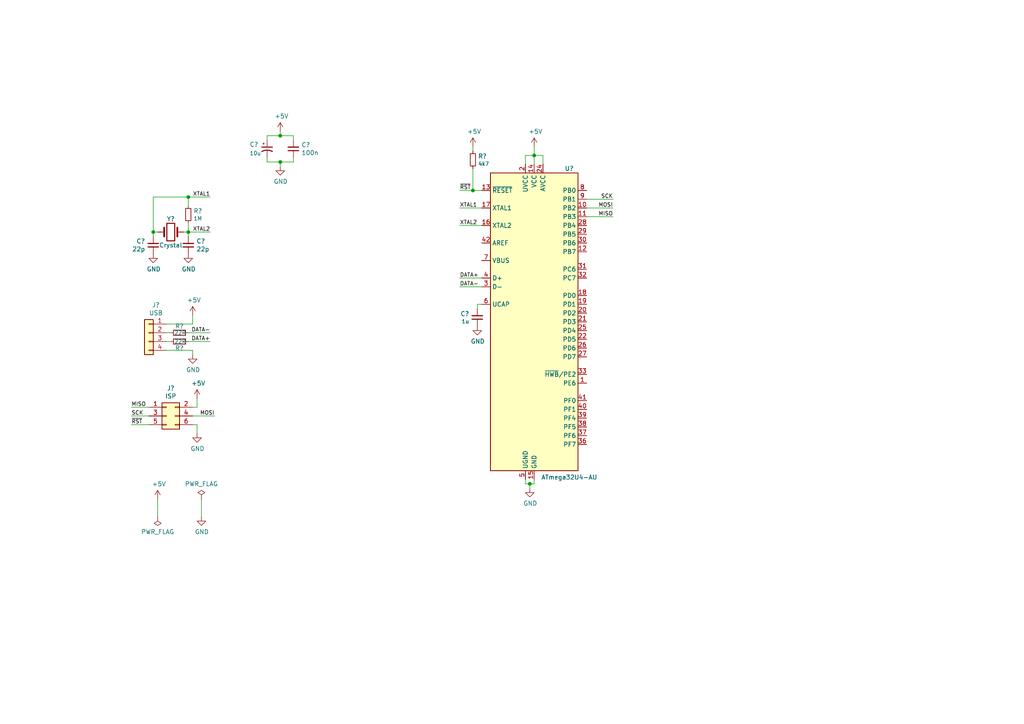
<source format=kicad_sch>
(kicad_sch (version 20211123) (generator eeschema)
  (paper "A4")
  (lib_symbols
    (symbol "Connector_Generic:Conn_01x04" (pin_names (offset 1.016) hide)
      (property "Reference" "J" (at 0 5.08 0))
      (property "Value" "Conn_01x04" (at 0 -7.62 0))
      (symbol "Conn_01x04_1_1"
        (rectangle (start -1.27 -4.953) (end 0 -5.207) (stroke (width 0.1524)))
        (rectangle (start -1.27 -2.413) (end 0 -2.667) (stroke (width 0.1524)))
        (rectangle (start -1.27 0.127) (end 0 -0.127) (stroke (width 0.1524)))
        (rectangle (start -1.27 2.667) (end 0 2.413) (stroke (width 0.1524)))
        (rectangle (start -1.27 3.81) (end 1.27 -6.35) (stroke (width 0.254)) (fill (type background)))
        (pin passive line (at -5.08 2.54 0) (length 3.81) (name "Pin_1") (number "1"))
        (pin passive line (at -5.08 0 0) (length 3.81) (name "Pin_2") (number "2"))
        (pin passive line (at -5.08 -2.54 0) (length 3.81) (name "Pin_3") (number "3"))
        (pin passive line (at -5.08 -5.08 0) (length 3.81) (name "Pin_4") (number "4"))
      )
    )
    (symbol "Connector_Generic:Conn_02x03_Odd_Even" (pin_names (offset 1.016) hide)
      (property "Reference" "J" (at 1.27 5.08 0))
      (property "Value" "Conn_02x03_Odd_Even" (at 1.27 -5.08 0))
      (symbol "Conn_02x03_Odd_Even_1_1"
        (rectangle (start -1.27 -2.413) (end 0 -2.667) (stroke (width 0.1524)))
        (rectangle (start -1.27 0.127) (end 0 -0.127) (stroke (width 0.1524)))
        (rectangle (start -1.27 2.667) (end 0 2.413) (stroke (width 0.1524)))
        (rectangle (start -1.27 3.81) (end 3.81 -3.81) (stroke (width 0.254)) (fill (type background)))
        (rectangle (start 3.81 -2.413) (end 2.54 -2.667) (stroke (width 0.1524)))
        (rectangle (start 3.81 0.127) (end 2.54 -0.127) (stroke (width 0.1524)))
        (rectangle (start 3.81 2.667) (end 2.54 2.413) (stroke (width 0.1524)))
        (pin passive line (at -5.08 2.54 0) (length 3.81) (name "Pin_1") (number "1"))
        (pin passive line (at 7.62 2.54 180) (length 3.81) (name "Pin_2") (number "2"))
        (pin passive line (at -5.08 0 0) (length 3.81) (name "Pin_3") (number "3"))
        (pin passive line (at 7.62 0 180) (length 3.81) (name "Pin_4") (number "4"))
        (pin passive line (at -5.08 -2.54 0) (length 3.81) (name "Pin_5") (number "5"))
        (pin passive line (at 7.62 -2.54 180) (length 3.81) (name "Pin_6") (number "6"))
      )
    )
    (symbol "Device:CP1_Small" (pin_numbers hide) (pin_names (offset 0.254) hide)
      (property "Reference" "C" (at 0.254 1.778 0))
      (property "Value" "Device_CP1_Small" (at 0.254 -2.032 0))
      (symbol "CP1_Small_0_1"
        (polyline (pts (xy -1.524 0.508) (xy 1.524 0.508)) (stroke (width 0.3048)))
        (polyline (pts (xy -1.27 1.524) (xy -0.762 1.524)))
        (polyline (pts (xy -1.016 1.27) (xy -1.016 1.778)))
        (arc (start 1.524 -0.762) (mid 0 -0.3734) (end -1.524 -0.762) (stroke (width 0.3048)))
      )
      (symbol "CP1_Small_1_1"
        (pin passive line (at 0 2.54 270) (length 2.032) (name "~") (number "1"))
        (pin passive line (at 0 -2.54 90) (length 2.032) (name "~") (number "2"))
      )
    )
    (symbol "Device:C_Small" (pin_numbers hide) (pin_names (offset 0.254) hide)
      (property "Reference" "C" (at 0.254 1.778 0))
      (property "Value" "C_Small" (at 0.254 -2.032 0))
      (symbol "C_Small_0_1"
        (polyline (pts (xy -1.524 -0.508) (xy 1.524 -0.508)) (stroke (width 0.3302)))
        (polyline (pts (xy -1.524 0.508) (xy 1.524 0.508)) (stroke (width 0.3048)))
      )
      (symbol "C_Small_1_1"
        (pin passive line (at 0 2.54 270) (length 2.032) (name "~") (number "1"))
        (pin passive line (at 0 -2.54 90) (length 2.032) (name "~") (number "2"))
      )
    )
    (symbol "Device:Crystal" (pin_numbers hide) (pin_names (offset 1.016) hide)
      (property "Reference" "Y" (at 0 3.81 0))
      (property "Value" "Crystal" (at 0 -3.81 0))
      (symbol "Crystal_0_1"
        (rectangle (start -1.143 2.54) (end 1.143 -2.54) (stroke (width 0.3048)))
        (polyline (pts (xy -2.54 0) (xy -1.905 0)))
        (polyline (pts (xy -1.905 -1.27) (xy -1.905 1.27)) (stroke (width 0.508)))
        (polyline (pts (xy 1.905 -1.27) (xy 1.905 1.27)) (stroke (width 0.508)))
        (polyline (pts (xy 2.54 0) (xy 1.905 0)))
      )
      (symbol "Crystal_1_1"
        (pin passive line (at -3.81 0 0) (length 1.27) (name "1") (number "1"))
        (pin passive line (at 3.81 0 180) (length 1.27) (name "2") (number "2"))
      )
    )
    (symbol "Device:R_Small" (pin_numbers hide) (pin_names (offset 0.254) hide)
      (property "Reference" "R" (at 0.762 0.508 0))
      (property "Value" "R_Small" (at 0.762 -1.016 0))
      (symbol "R_Small_0_1"
        (rectangle (start -0.762 1.778) (end 0.762 -1.778) (stroke (width 0.2032)))
      )
      (symbol "R_Small_1_1"
        (pin passive line (at 0 2.54 270) (length 0.762) (name "~") (number "1"))
        (pin passive line (at 0 -2.54 90) (length 0.762) (name "~") (number "2"))
      )
    )
    (symbol "atmega32u4-rescue:ATmega32U4-AU-MCU_Microchip_ATmega"
      (property "Reference" "U" (at -12.7 44.45 0))
      (property "Value" "ATmega32U4-AU-MCU_Microchip_ATmega" (at 2.54 -44.45 0))
      (symbol "ATmega32U4-AU-MCU_Microchip_ATmega_0_1"
        (rectangle (start -12.7 -43.18) (end 12.7 43.18) (stroke (width 0.254)) (fill (type background)))
      )
      (symbol "ATmega32U4-AU-MCU_Microchip_ATmega_1_1"
        (pin bidirectional line (at 15.24 -17.78 180) (length 2.54) (name "PE6") (number "1"))
        (pin bidirectional line (at 15.24 33.02 180) (length 2.54) (name "PB2") (number "10"))
        (pin bidirectional line (at 15.24 30.48 180) (length 2.54) (name "PB3") (number "11"))
        (pin bidirectional line (at 15.24 20.32 180) (length 2.54) (name "PB7") (number "12"))
        (pin input line (at -15.24 38.1 0) (length 2.54) (name "~{RESET}") (number "13"))
        (pin power_in line (at 0 45.72 270) (length 2.54) (name "VCC") (number "14"))
        (pin power_in line (at 0 -45.72 90) (length 2.54) (name "GND") (number "15"))
        (pin output line (at -15.24 27.94 0) (length 2.54) (name "XTAL2") (number "16"))
        (pin input line (at -15.24 33.02 0) (length 2.54) (name "XTAL1") (number "17"))
        (pin bidirectional line (at 15.24 7.62 180) (length 2.54) (name "PD0") (number "18"))
        (pin bidirectional line (at 15.24 5.08 180) (length 2.54) (name "PD1") (number "19"))
        (pin power_in line (at -2.54 45.72 270) (length 2.54) (name "UVCC") (number "2"))
        (pin bidirectional line (at 15.24 2.54 180) (length 2.54) (name "PD2") (number "20"))
        (pin bidirectional line (at 15.24 0 180) (length 2.54) (name "PD3") (number "21"))
        (pin bidirectional line (at 15.24 -5.08 180) (length 2.54) (name "PD5") (number "22"))
        (pin passive line (at 0 -45.72 90) (length 2.54) hide (name "GND") (number "23"))
        (pin power_in line (at 2.54 45.72 270) (length 2.54) (name "AVCC") (number "24"))
        (pin bidirectional line (at 15.24 -2.54 180) (length 2.54) (name "PD4") (number "25"))
        (pin bidirectional line (at 15.24 -7.62 180) (length 2.54) (name "PD6") (number "26"))
        (pin bidirectional line (at 15.24 -10.16 180) (length 2.54) (name "PD7") (number "27"))
        (pin bidirectional line (at 15.24 27.94 180) (length 2.54) (name "PB4") (number "28"))
        (pin bidirectional line (at 15.24 25.4 180) (length 2.54) (name "PB5") (number "29"))
        (pin bidirectional line (at -15.24 10.16 0) (length 2.54) (name "D-") (number "3"))
        (pin bidirectional line (at 15.24 22.86 180) (length 2.54) (name "PB6") (number "30"))
        (pin bidirectional line (at 15.24 15.24 180) (length 2.54) (name "PC6") (number "31"))
        (pin bidirectional line (at 15.24 12.7 180) (length 2.54) (name "PC7") (number "32"))
        (pin bidirectional line (at 15.24 -15.24 180) (length 2.54) (name "~{HWB}/PE2") (number "33"))
        (pin passive line (at 0 45.72 270) (length 2.54) hide (name "VCC") (number "34"))
        (pin passive line (at 0 -45.72 90) (length 2.54) hide (name "GND") (number "35"))
        (pin bidirectional line (at 15.24 -35.56 180) (length 2.54) (name "PF7") (number "36"))
        (pin bidirectional line (at 15.24 -33.02 180) (length 2.54) (name "PF6") (number "37"))
        (pin bidirectional line (at 15.24 -30.48 180) (length 2.54) (name "PF5") (number "38"))
        (pin bidirectional line (at 15.24 -27.94 180) (length 2.54) (name "PF4") (number "39"))
        (pin bidirectional line (at -15.24 12.7 0) (length 2.54) (name "D+") (number "4"))
        (pin bidirectional line (at 15.24 -25.4 180) (length 2.54) (name "PF1") (number "40"))
        (pin bidirectional line (at 15.24 -22.86 180) (length 2.54) (name "PF0") (number "41"))
        (pin input line (at -15.24 22.86 0) (length 2.54) (name "AREF") (number "42"))
        (pin passive line (at 0 -45.72 90) (length 2.54) hide (name "GND") (number "43"))
        (pin passive line (at 2.54 45.72 270) (length 2.54) hide (name "AVCC") (number "44"))
        (pin passive line (at -2.54 -45.72 90) (length 2.54) (name "UGND") (number "5"))
        (pin passive line (at -15.24 5.08 0) (length 2.54) (name "UCAP") (number "6"))
        (pin passive line (at -15.24 17.78 0) (length 2.54) (name "VBUS") (number "7"))
        (pin bidirectional line (at 15.24 38.1 180) (length 2.54) (name "PB0") (number "8"))
        (pin bidirectional line (at 15.24 35.56 180) (length 2.54) (name "PB1") (number "9"))
      )
    )
    (symbol "power:+5V" (power) (pin_names (offset 0))
      (property "Value" "+5V" (at 0 3.556 0))
      (symbol "+5V_0_1"
        (polyline (pts (xy -0.762 1.27) (xy 0 2.54)))
        (polyline (pts (xy 0 0) (xy 0 2.54)))
        (polyline (pts (xy 0 2.54) (xy 0.762 1.27)))
      )
      (symbol "+5V_1_1"
        (pin power_in line (at 0 0 90) (length 0) hide (name "+5V") (number "1"))
      )
    )
    (symbol "power:GND" (power) (pin_names (offset 0))
      (property "Value" "GND" (at 0 -3.81 0))
      (symbol "GND_0_1"
        (polyline (pts (xy 0 0) (xy 0 -1.27) (xy 1.27 -1.27) (xy 0 -2.54) (xy -1.27 -1.27) (xy 0 -1.27)))
      )
      (symbol "GND_1_1"
        (pin power_in line (at 0 0 270) (length 0) hide (name "GND") (number "1"))
      )
    )
    (symbol "power:PWR_FLAG" (power) (pin_numbers hide) (pin_names (offset 0) hide)
      (property "Value" "PWR_FLAG" (at 0 3.81 0))
      (symbol "PWR_FLAG_0_0"
        (pin power_out line (at 0 0 90) (length 0) (name "pwr") (number "1"))
      )
      (symbol "PWR_FLAG_0_1"
        (polyline (pts (xy 0 0) (xy 0 1.27) (xy -1.016 1.905) (xy 0 2.54) (xy 1.016 1.905) (xy 0 1.27)))
      )
    )
  )
  (junction (at 154.94 45.085))
  (junction (at 54.61 57.15))
  (junction (at 153.67 140.335))
  (junction (at 137.16 55.245))
  (junction (at 81.28 39.37))
  (junction (at 54.61 67.31))
  (junction (at 44.45 67.31))
  (junction (at 81.28 46.99))
  (wire (pts (xy 48.26 99.06) (xy 49.53 99.06)))
  (wire (pts (xy 54.61 64.77) (xy 54.61 67.31)))
  (wire (pts (xy 139.7 65.405) (xy 133.35 65.405)))
  (wire (pts (xy 81.28 46.99) (xy 85.09 46.99)))
  (wire (pts (xy 133.35 83.185) (xy 139.7 83.185)))
  (wire (pts (xy 77.47 40.64) (xy 77.47 39.37)))
  (wire (pts (xy 154.94 45.085) (xy 154.94 47.625)))
  (wire (pts (xy 154.94 45.085) (xy 157.48 45.085)))
  (wire (pts (xy 138.43 88.265) (xy 139.7 88.265)))
  (wire (pts (xy 77.47 39.37) (xy 81.28 39.37)))
  (wire (pts (xy 170.18 60.325) (xy 177.8 60.325)))
  (wire (pts (xy 138.43 89.535) (xy 138.43 88.265)))
  (wire (pts (xy 57.15 118.11) (xy 57.15 115.57)))
  (wire (pts (xy 137.16 42.545) (xy 137.16 43.815)))
  (wire (pts (xy 60.96 57.15) (xy 54.61 57.15)))
  (wire (pts (xy 152.4 45.085) (xy 152.4 47.625)))
  (wire (pts (xy 58.42 144.78) (xy 58.42 149.86)))
  (wire (pts (xy 44.45 67.31) (xy 44.45 68.58)))
  (wire (pts (xy 170.18 62.865) (xy 177.8 62.865)))
  (wire (pts (xy 152.4 140.335) (xy 153.67 140.335)))
  (wire (pts (xy 54.61 99.06) (xy 60.96 99.06)))
  (wire (pts (xy 48.26 96.52) (xy 49.53 96.52)))
  (wire (pts (xy 57.15 125.73) (xy 57.15 123.19)))
  (wire (pts (xy 43.18 118.11) (xy 38.1 118.11)))
  (wire (pts (xy 77.47 46.99) (xy 81.28 46.99)))
  (wire (pts (xy 44.45 57.15) (xy 44.45 67.31)))
  (wire (pts (xy 81.28 46.99) (xy 81.28 48.26)))
  (wire (pts (xy 55.88 101.6) (xy 55.88 102.87)))
  (wire (pts (xy 55.88 93.98) (xy 55.88 91.44)))
  (wire (pts (xy 157.48 45.085) (xy 157.48 47.625)))
  (wire (pts (xy 170.18 57.785) (xy 177.8 57.785)))
  (wire (pts (xy 137.16 55.245) (xy 133.35 55.245)))
  (wire (pts (xy 81.28 39.37) (xy 85.09 39.37)))
  (wire (pts (xy 139.7 80.645) (xy 133.35 80.645)))
  (wire (pts (xy 55.88 118.11) (xy 57.15 118.11)))
  (wire (pts (xy 45.72 149.86) (xy 45.72 144.78)))
  (wire (pts (xy 154.94 45.085) (xy 154.94 42.545)))
  (wire (pts (xy 152.4 139.065) (xy 152.4 140.335)))
  (wire (pts (xy 153.67 141.605) (xy 153.67 140.335)))
  (wire (pts (xy 81.28 39.37) (xy 81.28 38.1)))
  (wire (pts (xy 54.61 57.15) (xy 44.45 57.15)))
  (wire (pts (xy 54.61 59.69) (xy 54.61 57.15)))
  (wire (pts (xy 43.18 120.65) (xy 38.1 120.65)))
  (wire (pts (xy 152.4 45.085) (xy 154.94 45.085)))
  (wire (pts (xy 54.61 96.52) (xy 60.96 96.52)))
  (wire (pts (xy 43.18 123.19) (xy 38.1 123.19)))
  (wire (pts (xy 54.61 67.31) (xy 54.61 68.58)))
  (wire (pts (xy 54.61 67.31) (xy 60.96 67.31)))
  (wire (pts (xy 154.94 140.335) (xy 154.94 139.065)))
  (wire (pts (xy 57.15 123.19) (xy 55.88 123.19)))
  (wire (pts (xy 137.16 48.895) (xy 137.16 55.245)))
  (wire (pts (xy 85.09 46.99) (xy 85.09 45.72)))
  (wire (pts (xy 139.7 55.245) (xy 137.16 55.245)))
  (wire (pts (xy 55.88 120.65) (xy 62.23 120.65)))
  (wire (pts (xy 85.09 39.37) (xy 85.09 40.64)))
  (wire (pts (xy 77.47 45.72) (xy 77.47 46.99)))
  (wire (pts (xy 48.26 101.6) (xy 55.88 101.6)))
  (wire (pts (xy 45.72 67.31) (xy 44.45 67.31)))
  (wire (pts (xy 48.26 93.98) (xy 55.88 93.98)))
  (wire (pts (xy 153.67 140.335) (xy 154.94 140.335)))
  (wire (pts (xy 53.34 67.31) (xy 54.61 67.31)))
  (wire (pts (xy 139.7 60.325) (xy 133.35 60.325)))
  (label "SCK" (at 177.8 57.785 180) (effects (font (size 1.1176 1.1176))))
  (label "XTAL1" (at 60.96 57.15 180) (effects (font (size 1.1176 1.1176))))
  (label "~{RST}" (at 133.35 55.245 0) (effects (font (size 1.1176 1.1176))))
  (label "XTAL2" (at 60.96 67.31 180) (effects (font (size 1.1176 1.1176))))
  (label "DATA+" (at 60.96 99.06 180) (effects (font (size 1.1176 1.1176))))
  (label "XTAL2" (at 133.35 65.405 0) (effects (font (size 1.1176 1.1176))))
  (label "SCK" (at 38.1 120.65 0) (effects (font (size 1.1176 1.1176))))
  (label "DATA+" (at 133.35 80.645 0) (effects (font (size 1.1176 1.1176))))
  (label "MOSI" (at 62.23 120.65 180) (effects (font (size 1.1176 1.1176))))
  (label "~{RST}" (at 38.1 123.19 0) (effects (font (size 1.1176 1.1176))))
  (label "XTAL1" (at 133.35 60.325 0) (effects (font (size 1.1176 1.1176))))
  (label "DATA-" (at 133.35 83.185 0) (effects (font (size 1.1176 1.1176))))
  (label "MISO" (at 177.8 62.865 180) (effects (font (size 1.1176 1.1176))))
  (label "DATA-" (at 60.96 96.52 180) (effects (font (size 1.1176 1.1176))))
  (label "MISO" (at 38.1 118.11 0) (effects (font (size 1.1176 1.1176))))
  (label "MOSI" (at 177.8 60.325 180) (effects (font (size 1.1176 1.1176))))
  (symbol (lib_id "power:GND") (at 44.45 73.66 0) (unit 1)
    (property "Reference" "#PWR?" (effects hide))
    (property "Value" "GND" (at 44.577 78.0542 0))
  )
  (symbol (lib_id "Device:Crystal") (at 49.53 67.31 0) (unit 1)
    (property "Reference" "Y?" (at 49.53 63.5 0))
    (property "Value" "Crystal" (at 49.53 71.12 0))
  )
  (symbol (lib_id "Device:C_Small") (at 44.45 71.12 0) (mirror x) (unit 1)
    (property "Reference" "C?" (at 42.1132 69.9516 0) (effects (justify right)))
    (property "Value" "22p" (at 42.1132 72.263 0) (effects (justify right)))
  )
  (symbol (lib_id "Connector_Generic:Conn_02x03_Odd_Even") (at 48.26 120.65 0) (unit 1)
    (property "Reference" "J?" (at 49.53 112.5982 0))
    (property "Value" "ISP" (at 49.53 114.9096 0))
  )
  (symbol (lib_id "power:GND") (at 57.15 125.73 0) (unit 1)
    (property "Reference" "#PWR?" (effects hide))
    (property "Value" "GND" (at 57.277 130.1242 0))
  )
  (symbol (lib_id "power:+5V") (at 57.15 115.57 0) (unit 1)
    (property "Reference" "#PWR?" (effects hide))
    (property "Value" "+5V" (at 57.531 111.1758 0))
  )
  (symbol (lib_id "Device:C_Small") (at 54.61 71.12 180) (unit 1)
    (property "Reference" "C?" (at 56.9468 69.9516 0) (effects (justify right)))
    (property "Value" "22p" (at 56.9468 72.263 0) (effects (justify right)))
  )
  (symbol (lib_id "power:GND") (at 54.61 73.66 0) (unit 1)
    (property "Reference" "#PWR?" (effects hide))
    (property "Value" "GND" (at 54.737 78.0542 0))
  )
  (symbol (lib_id "Device:R_Small") (at 54.61 62.23 0) (unit 1)
    (property "Reference" "R?" (at 56.1086 61.1886 0) (effects (justify left)))
    (property "Value" "1M" (at 56.1086 63.3984 0) (effects (font (size 1.1176 1.1176)) (justify left)))
  )
  (symbol (lib_id "power:GND") (at 153.67 141.605 0) (unit 1)
    (property "Reference" "#PWR?" (effects hide))
    (property "Value" "GND" (at 153.797 145.9992 0))
  )
  (symbol (lib_id "power:+5V") (at 154.94 42.545 0) (unit 1)
    (property "Reference" "#PWR?" (effects hide))
    (property "Value" "+5V" (at 155.321 38.1508 0))
  )
  (symbol (lib_id "Device:R_Small") (at 137.16 46.355 0) (unit 1)
    (property "Reference" "R?" (at 138.6586 45.3136 0) (effects (justify left)))
    (property "Value" "4k7" (at 138.6586 47.5234 0) (effects (font (size 1.1176 1.1176)) (justify left)))
  )
  (symbol (lib_id "power:+5V") (at 137.16 42.545 0) (unit 1)
    (property "Reference" "#PWR?" (effects hide))
    (property "Value" "+5V" (at 137.541 38.1508 0))
  )
  (symbol (lib_id "power:PWR_FLAG") (at 45.72 149.86 0) (mirror x) (unit 1)
    (property "Reference" "#FLG?" (effects hide))
    (property "Value" "PWR_FLAG" (at 45.72 154.2542 0))
  )
  (symbol (lib_id "power:PWR_FLAG") (at 58.42 144.78 0) (unit 1)
    (property "Reference" "#FLG?" (effects hide))
    (property "Value" "PWR_FLAG" (at 58.42 140.3604 0))
  )
  (symbol (lib_id "power:GND") (at 58.42 149.86 0) (unit 1)
    (property "Reference" "#PWR?" (effects hide))
    (property "Value" "GND" (at 58.547 154.2542 0))
  )
  (symbol (lib_id "power:+5V") (at 45.72 144.78 0) (unit 1)
    (property "Reference" "#PWR?" (effects hide))
    (property "Value" "+5V" (at 46.101 140.3858 0))
  )
  (symbol (lib_id "power:GND") (at 138.43 94.615 0) (unit 1)
    (property "Reference" "#PWR?" (effects hide))
    (property "Value" "GND" (at 138.557 99.0092 0))
  )
  (symbol (lib_id "Device:C_Small") (at 138.43 92.075 0) (mirror x) (unit 1)
    (property "Reference" "C?" (at 136.1186 91.0336 0) (effects (justify right)))
    (property "Value" "1u" (at 136.1186 93.2434 0) (effects (font (size 1.1176 1.1176)) (justify right)))
  )
  (symbol (lib_id "atmega32u4-rescue:ATmega32U4-AU-MCU_Microchip_ATmega") (at 154.94 93.345 0) (unit 1)
    (property "Reference" "U?" (at 165.1 48.895 0))
    (property "Value" "ATmega32U4-AU" (at 165.1 138.43 0))
    (property "Footprint" "Package_QFP:TQFP-44_10x10mm_P0.8mm" (effects hide))
    (property "Datasheet" "http://ww1.microchip.com/downloads/en/DeviceDoc/Atmel-7766-8-bit-AVR-ATmega16U4-32U4_Datasheet.pdf" (effects hide))
  )
  (symbol (lib_id "Connector_Generic:Conn_01x04") (at 43.18 96.52 0) (mirror y) (unit 1)
    (property "Reference" "J?" (at 45.212 88.4682 0))
    (property "Value" "USB" (at 45.212 90.7796 0))
  )
  (symbol (lib_id "power:+5V") (at 55.88 91.44 0) (unit 1)
    (property "Reference" "#PWR?" (effects hide))
    (property "Value" "+5V" (at 56.261 87.0458 0))
  )
  (symbol (lib_id "Device:R_Small") (at 52.07 99.06 90) (unit 1)
    (property "Reference" "R?" (at 53.34 100.965 90) (effects (justify left)))
    (property "Value" "22R" (at 53.975 99.06 90) (effects (font (size 1.1176 1.1176)) (justify left)))
  )
  (symbol (lib_id "Device:R_Small") (at 52.07 96.52 90) (mirror x) (unit 1)
    (property "Reference" "R?" (at 53.34 94.615 90) (effects (justify left)))
    (property "Value" "22R" (at 53.975 96.52 90) (effects (font (size 1.1176 1.1176)) (justify left)))
  )
  (symbol (lib_id "power:GND") (at 55.88 102.87 0) (unit 1)
    (property "Reference" "#PWR?" (effects hide))
    (property "Value" "GND" (at 56.007 107.2642 0))
  )
  (symbol (lib_id "Device:C_Small") (at 85.09 43.18 180) (unit 1)
    (property "Reference" "C?" (at 87.4268 42.0116 0) (effects (justify right)))
    (property "Value" "100n" (at 87.4268 44.323 0) (effects (justify right)))
  )
  (symbol (lib_id "power:GND") (at 81.28 48.26 0) (unit 1)
    (property "Reference" "#PWR?" (effects hide))
    (property "Value" "GND" (at 81.407 52.6542 0))
  )
  (symbol (lib_id "power:+5V") (at 81.28 38.1 0) (unit 1)
    (property "Reference" "#PWR?" (effects hide))
    (property "Value" "+5V" (at 81.661 33.7058 0))
  )
  (symbol (lib_id "Device:CP1_Small") (at 77.47 43.18 0) (unit 1)
    (property "Reference" "C?" (at 72.39 41.91 0) (effects (justify left)))
    (property "Value" "10u" (at 72.39 44.45 0) (effects (font (size 1.1176 1.1176)) (justify left)))
  )
)
</source>
